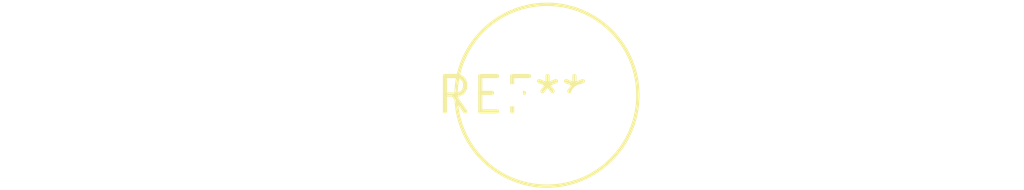
<source format=kicad_pcb>
(kicad_pcb (version 20240108) (generator pcbnew)
  (layers (0 "F.Cu" signal) (31 "B.Cu" signal) (34 "B.Paste" user) (35 "F.Paste" user) (36 "B.SilkS" user "B.Silkscreen") (37 "F.SilkS" user "F.Silkscreen") (38 "B.Mask" user) (39 "F.Mask" user) (44 "Edge.Cuts" user))
  (net 0 "")
  (footprint "C_Radial_D6.3mm_H11.0mm_P2.50mm" (layer "F.Cu") (at 0 0)
    (property "Reference" "REF**")
    (property "Value" "C_Radial_D6.3mm_H11.0mm_P2.50mm")
    (fp_circle (center 1.25 0) (end 4.52 0) (layer "F.SilkS") (stroke (width 0.12)) (fill none))
    (pad "1" thru_hole circle (at 0 0) (size 1.6 1.6) (drill 0.8) (layers *.Cu *.Mask) (remove_unused_layers))
    (pad "2" thru_hole circle (at 2.5 0) (size 1.6 1.6) (drill 0.8) (layers *.Cu *.Mask) (remove_unused_layers))
  )
)
</source>
